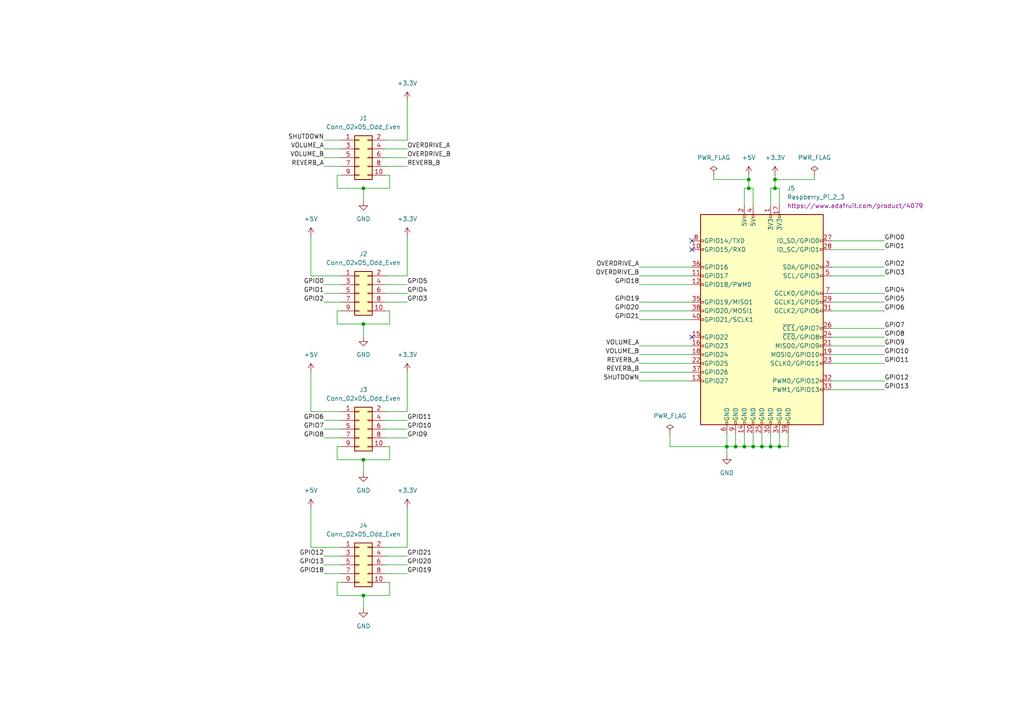
<source format=kicad_sch>
(kicad_sch (version 20250114) (generator "eeschema") (generator_version "9.0")
  (paper "A4")
  (title_block (title "Raspberry PI GPIO extension") (date "2023-08-28") (rev "1.0") (company "Picherie") (comment 1 "Provides access to Raspberry PI GPIOs"))
  (lib_symbols
    (symbol "Connector:Raspberry_Pi_2_3" (pin_names (offset 1.016))
      (property "Reference" "J" (at -17.78 31.75 0))
      (property "Value" "Raspberry_Pi_2_3" (at 10.16 -31.75 0))
      (symbol "Raspberry_Pi_2_3_0_1"
        (rectangle (start -17.78 30.48) (end 17.78 -30.48) (stroke (width 0.254)) (fill (type background)))
      )
      (symbol "Raspberry_Pi_2_3_1_1"
        (rectangle (start -16.891 23.114) (end -17.78 22.606))
        (rectangle (start -16.891 20.574) (end -17.78 20.066))
        (rectangle (start -16.891 15.494) (end -17.78 14.986))
        (rectangle (start -16.891 12.954) (end -17.78 12.446))
        (rectangle (start -16.891 10.414) (end -17.78 9.906))
        (rectangle (start -16.891 5.334) (end -17.78 4.826))
        (rectangle (start -16.891 2.794) (end -17.78 2.286))
        (rectangle (start -16.891 0.254) (end -17.78 -0.254))
        (rectangle (start -16.891 -4.826) (end -17.78 -5.334))
        (rectangle (start -16.891 -7.366) (end -17.78 -7.874))
        (rectangle (start -16.891 -9.906) (end -17.78 -10.414))
        (rectangle (start -16.891 -12.446) (end -17.78 -12.954))
        (rectangle (start -16.891 -14.986) (end -17.78 -15.494))
        (rectangle (start -16.891 -17.526) (end -17.78 -18.034))
        (rectangle (start -10.414 -29.591) (end -9.906 -30.48))
        (rectangle (start -7.874 -29.591) (end -7.366 -30.48))
        (rectangle (start -5.334 30.48) (end -4.826 29.591))
        (rectangle (start -5.334 -29.591) (end -4.826 -30.48))
        (rectangle (start -2.794 30.48) (end -2.286 29.591))
        (rectangle (start -2.794 -29.591) (end -2.286 -30.48))
        (rectangle (start -0.254 -29.591) (end 0.254 -30.48))
        (rectangle (start 2.286 30.48) (end 2.794 29.591))
        (rectangle (start 2.286 -29.591) (end 2.794 -30.48))
        (rectangle (start 4.826 30.48) (end 5.334 29.591))
        (rectangle (start 4.826 -29.591) (end 5.334 -30.48))
        (rectangle (start 7.366 -29.591) (end 7.874 -30.48))
        (rectangle (start 17.78 23.114) (end 16.891 22.606))
        (rectangle (start 17.78 20.574) (end 16.891 20.066))
        (rectangle (start 17.78 15.494) (end 16.891 14.986))
        (rectangle (start 17.78 12.954) (end 16.891 12.446))
        (rectangle (start 17.78 7.874) (end 16.891 7.366))
        (rectangle (start 17.78 5.334) (end 16.891 4.826))
        (rectangle (start 17.78 2.794) (end 16.891 2.286))
        (rectangle (start 17.78 -2.286) (end 16.891 -2.794))
        (rectangle (start 17.78 -4.826) (end 16.891 -5.334))
        (rectangle (start 17.78 -7.366) (end 16.891 -7.874))
        (rectangle (start 17.78 -9.906) (end 16.891 -10.414))
        (rectangle (start 17.78 -12.446) (end 16.891 -12.954))
        (rectangle (start 17.78 -17.526) (end 16.891 -18.034))
        (rectangle (start 17.78 -20.066) (end 16.891 -20.574))
        (pin bidirectional line (at -20.32 22.86 0) (length 2.54) (name "GPIO14/TXD") (number "8"))
        (pin bidirectional line (at -20.32 20.32 0) (length 2.54) (name "GPIO15/RXD") (number "10"))
        (pin bidirectional line (at -20.32 15.24 0) (length 2.54) (name "GPIO16") (number "36"))
        (pin bidirectional line (at -20.32 12.7 0) (length 2.54) (name "GPIO17") (number "11"))
        (pin bidirectional line (at -20.32 10.16 0) (length 2.54) (name "GPIO18/PWM0") (number "12"))
        (pin bidirectional line (at -20.32 5.08 0) (length 2.54) (name "GPIO19/MISO1") (number "35"))
        (pin bidirectional line (at -20.32 2.54 0) (length 2.54) (name "GPIO20/MOSI1") (number "38"))
        (pin bidirectional line (at -20.32 0 0) (length 2.54) (name "GPIO21/SCLK1") (number "40"))
        (pin bidirectional line (at -20.32 -5.08 0) (length 2.54) (name "GPIO22") (number "15"))
        (pin bidirectional line (at -20.32 -7.62 0) (length 2.54) (name "GPIO23") (number "16"))
        (pin bidirectional line (at -20.32 -10.16 0) (length 2.54) (name "GPIO24") (number "18"))
        (pin bidirectional line (at -20.32 -12.7 0) (length 2.54) (name "GPIO25") (number "22"))
        (pin bidirectional line (at -20.32 -15.24 0) (length 2.54) (name "GPIO26") (number "37"))
        (pin bidirectional line (at -20.32 -17.78 0) (length 2.54) (name "GPIO27") (number "13"))
        (pin power_in line (at -10.16 -33.02 90) (length 2.54) (name "GND") (number "6"))
        (pin power_in line (at -7.62 -33.02 90) (length 2.54) (name "GND") (number "9"))
        (pin power_in line (at -5.08 33.02 270) (length 2.54) (name "5V") (number "2"))
        (pin power_in line (at -5.08 -33.02 90) (length 2.54) (name "GND") (number "14"))
        (pin power_in line (at -2.54 33.02 270) (length 2.54) (name "5V") (number "4"))
        (pin power_in line (at -2.54 -33.02 90) (length 2.54) (name "GND") (number "20"))
        (pin power_in line (at 0 -33.02 90) (length 2.54) (name "GND") (number "25"))
        (pin power_in line (at 2.54 33.02 270) (length 2.54) (name "3V3") (number "1"))
        (pin power_in line (at 2.54 -33.02 90) (length 2.54) (name "GND") (number "30"))
        (pin power_in line (at 5.08 33.02 270) (length 2.54) (name "3V3") (number "17"))
        (pin power_in line (at 5.08 -33.02 90) (length 2.54) (name "GND") (number "34"))
        (pin power_in line (at 7.62 -33.02 90) (length 2.54) (name "GND") (number "39"))
        (pin bidirectional line (at 20.32 22.86 180) (length 2.54) (name "ID_SD/GPIO0") (number "27"))
        (pin bidirectional line (at 20.32 20.32 180) (length 2.54) (name "ID_SC/GPIO1") (number "28"))
        (pin bidirectional line (at 20.32 15.24 180) (length 2.54) (name "SDA/GPIO2") (number "3"))
        (pin bidirectional line (at 20.32 12.7 180) (length 2.54) (name "SCL/GPIO3") (number "5"))
        (pin bidirectional line (at 20.32 7.62 180) (length 2.54) (name "GCLK0/GPIO4") (number "7"))
        (pin bidirectional line (at 20.32 5.08 180) (length 2.54) (name "GCLK1/GPIO5") (number "29"))
        (pin bidirectional line (at 20.32 2.54 180) (length 2.54) (name "GCLK2/GPIO6") (number "31"))
        (pin bidirectional line (at 20.32 -2.54 180) (length 2.54) (name "~{CE1}/GPIO7") (number "26"))
        (pin bidirectional line (at 20.32 -5.08 180) (length 2.54) (name "~{CE0}/GPIO8") (number "24"))
        (pin bidirectional line (at 20.32 -7.62 180) (length 2.54) (name "MISO0/GPIO9") (number "21"))
        (pin bidirectional line (at 20.32 -10.16 180) (length 2.54) (name "MOSI0/GPIO10") (number "19"))
        (pin bidirectional line (at 20.32 -12.7 180) (length 2.54) (name "SCLK0/GPIO11") (number "23"))
        (pin bidirectional line (at 20.32 -17.78 180) (length 2.54) (name "PWM0/GPIO12") (number "32"))
        (pin bidirectional line (at 20.32 -20.32 180) (length 2.54) (name "PWM1/GPIO13") (number "33"))
      )
    )
    (symbol "Connector_Generic:Conn_02x05_Odd_Even" (pin_names (offset 1.016) (hide yes))
      (property "Reference" "J" (at 1.27 7.62 0))
      (property "Value" "Conn_02x05_Odd_Even" (at 1.27 -7.62 0))
      (symbol "Conn_02x05_Odd_Even_1_1"
        (rectangle (start -1.27 6.35) (end 3.81 -6.35) (stroke (width 0.254)) (fill (type background)))
        (rectangle (start -1.27 5.207) (end 0 4.953) (stroke (width 0.1524)))
        (rectangle (start -1.27 2.667) (end 0 2.413) (stroke (width 0.1524)))
        (rectangle (start -1.27 0.127) (end 0 -0.127) (stroke (width 0.1524)))
        (rectangle (start -1.27 -2.413) (end 0 -2.667) (stroke (width 0.1524)))
        (rectangle (start -1.27 -4.953) (end 0 -5.207) (stroke (width 0.1524)))
        (rectangle (start 3.81 5.207) (end 2.54 4.953) (stroke (width 0.1524)))
        (rectangle (start 3.81 2.667) (end 2.54 2.413) (stroke (width 0.1524)))
        (rectangle (start 3.81 0.127) (end 2.54 -0.127) (stroke (width 0.1524)))
        (rectangle (start 3.81 -2.413) (end 2.54 -2.667) (stroke (width 0.1524)))
        (rectangle (start 3.81 -4.953) (end 2.54 -5.207) (stroke (width 0.1524)))
        (pin passive line (at -5.08 5.08 0) (length 3.81) (name "Pin_1") (number "1"))
        (pin passive line (at -5.08 2.54 0) (length 3.81) (name "Pin_3") (number "3"))
        (pin passive line (at -5.08 0 0) (length 3.81) (name "Pin_5") (number "5"))
        (pin passive line (at -5.08 -2.54 0) (length 3.81) (name "Pin_7") (number "7"))
        (pin passive line (at -5.08 -5.08 0) (length 3.81) (name "Pin_9") (number "9"))
        (pin passive line (at 7.62 5.08 180) (length 3.81) (name "Pin_2") (number "2"))
        (pin passive line (at 7.62 2.54 180) (length 3.81) (name "Pin_4") (number "4"))
        (pin passive line (at 7.62 0 180) (length 3.81) (name "Pin_6") (number "6"))
        (pin passive line (at 7.62 -2.54 180) (length 3.81) (name "Pin_8") (number "8"))
        (pin passive line (at 7.62 -5.08 180) (length 3.81) (name "Pin_10") (number "10"))
      )
    )
    (symbol "power:+3.3V" (power) (pin_names (offset 0))
      (property "Value" "+3.3V" (at 0 3.556 0))
      (symbol "+3.3V_0_1"
        (polyline (pts (xy -0.762 1.27) (xy 0 2.54)))
        (polyline (pts (xy 0 2.54) (xy 0.762 1.27)))
        (polyline (pts (xy 0 0) (xy 0 2.54)))
      )
      (symbol "+3.3V_1_1"
        (pin power_in line (at 0 0 90) (length 0) (hide yes) (name "+3.3V") (number "1"))
      )
    )
    (symbol "power:+5V" (power) (pin_names (offset 0))
      (property "Value" "+5V" (at 0 3.556 0))
      (symbol "+5V_0_1"
        (polyline (pts (xy -0.762 1.27) (xy 0 2.54)))
        (polyline (pts (xy 0 2.54) (xy 0.762 1.27)))
        (polyline (pts (xy 0 0) (xy 0 2.54)))
      )
      (symbol "+5V_1_1"
        (pin power_in line (at 0 0 90) (length 0) (hide yes) (name "+5V") (number "1"))
      )
    )
    (symbol "power:GND" (power) (pin_names (offset 0))
      (property "Value" "GND" (at 0 -3.81 0))
      (symbol "GND_0_1"
        (polyline (pts (xy 0 0) (xy 0 -1.27) (xy 1.27 -1.27) (xy 0 -2.54) (xy -1.27 -1.27) (xy 0 -1.27)))
      )
      (symbol "GND_1_1"
        (pin power_in line (at 0 0 270) (length 0) (hide yes) (name "GND") (number "1"))
      )
    )
    (symbol "power:PWR_FLAG" (power) (pin_numbers (hide yes)) (pin_names (offset 0) (hide yes))
      (property "Value" "PWR_FLAG" (at 0 3.81 0))
      (symbol "PWR_FLAG_0_0"
        (pin power_out line (at 0 0 90) (length 0) (name "pwr") (number "1"))
      )
      (symbol "PWR_FLAG_0_1"
        (polyline (pts (xy 0 0) (xy 0 1.27) (xy -1.016 1.905) (xy 0 2.54) (xy 1.016 1.905) (xy 0 1.27)))
      )
    )
  )
  (junction (at 210.82 129.54))
  (junction (at 105.41 54.61))
  (junction (at 217.17 52.07))
  (junction (at 223.52 129.54))
  (junction (at 105.41 93.98))
  (junction (at 105.41 133.35))
  (junction (at 224.79 52.07))
  (junction (at 215.9 129.54))
  (junction (at 218.44 129.54))
  (junction (at 213.36 129.54))
  (junction (at 220.98 129.54))
  (junction (at 224.79 54.61))
  (junction (at 105.41 172.72))
  (junction (at 226.06 129.54))
  (junction (at 217.17 54.61))
  (no_connect (at 200.66 97.79))
  (no_connect (at 200.66 72.39))
  (no_connect (at 200.66 69.85))
  (wire (pts (xy 105.41 93.98) (xy 105.41 97.79)))
  (wire (pts (xy 90.17 80.01) (xy 90.17 68.58)))
  (wire (pts (xy 118.11 29.21) (xy 118.11 40.64)))
  (wire (pts (xy 215.9 129.54) (xy 215.9 125.73)))
  (wire (pts (xy 113.03 172.72) (xy 105.41 172.72)))
  (wire (pts (xy 236.22 50.8) (xy 236.22 52.07)))
  (wire (pts (xy 93.98 82.55) (xy 99.06 82.55)))
  (wire (pts (xy 105.41 133.35) (xy 105.41 137.16)))
  (wire (pts (xy 118.11 127) (xy 111.76 127)))
  (wire (pts (xy 113.03 90.17) (xy 113.03 93.98)))
  (wire (pts (xy 220.98 129.54) (xy 220.98 125.73)))
  (wire (pts (xy 256.54 87.63) (xy 241.3 87.63)))
  (wire (pts (xy 93.98 161.29) (xy 99.06 161.29)))
  (wire (pts (xy 118.11 87.63) (xy 111.76 87.63)))
  (wire (pts (xy 105.41 133.35) (xy 97.79 133.35)))
  (wire (pts (xy 185.42 102.87) (xy 200.66 102.87)))
  (wire (pts (xy 256.54 69.85) (xy 241.3 69.85)))
  (wire (pts (xy 224.79 52.07) (xy 236.22 52.07)))
  (wire (pts (xy 90.17 119.38) (xy 90.17 107.95)))
  (wire (pts (xy 111.76 129.54) (xy 113.03 129.54)))
  (wire (pts (xy 118.11 82.55) (xy 111.76 82.55)))
  (wire (pts (xy 93.98 121.92) (xy 99.06 121.92)))
  (wire (pts (xy 185.42 87.63) (xy 200.66 87.63)))
  (wire (pts (xy 118.11 121.92) (xy 111.76 121.92)))
  (wire (pts (xy 93.98 85.09) (xy 99.06 85.09)))
  (wire (pts (xy 194.31 129.54) (xy 194.31 125.73)))
  (wire (pts (xy 118.11 80.01) (xy 111.76 80.01)))
  (wire (pts (xy 93.98 87.63) (xy 99.06 87.63)))
  (wire (pts (xy 223.52 54.61) (xy 224.79 54.61)))
  (wire (pts (xy 105.41 54.61) (xy 105.41 58.42)))
  (wire (pts (xy 210.82 132.08) (xy 210.82 129.54)))
  (wire (pts (xy 218.44 54.61) (xy 218.44 59.69)))
  (wire (pts (xy 118.11 119.38) (xy 111.76 119.38)))
  (wire (pts (xy 113.03 129.54) (xy 113.03 133.35)))
  (wire (pts (xy 256.54 85.09) (xy 241.3 85.09)))
  (wire (pts (xy 224.79 54.61) (xy 226.06 54.61)))
  (wire (pts (xy 256.54 97.79) (xy 241.3 97.79)))
  (wire (pts (xy 185.42 90.17) (xy 200.66 90.17)))
  (wire (pts (xy 99.06 168.91) (xy 97.79 168.91)))
  (wire (pts (xy 207.01 50.8) (xy 207.01 52.07)))
  (wire (pts (xy 97.79 168.91) (xy 97.79 172.72)))
  (wire (pts (xy 217.17 54.61) (xy 218.44 54.61)))
  (wire (pts (xy 224.79 52.07) (xy 224.79 54.61)))
  (wire (pts (xy 99.06 158.75) (xy 90.17 158.75)))
  (wire (pts (xy 256.54 105.41) (xy 241.3 105.41)))
  (wire (pts (xy 224.79 50.8) (xy 224.79 52.07)))
  (wire (pts (xy 215.9 59.69) (xy 215.9 54.61)))
  (wire (pts (xy 99.06 129.54) (xy 97.79 129.54)))
  (wire (pts (xy 93.98 127) (xy 99.06 127)))
  (wire (pts (xy 223.52 129.54) (xy 223.52 125.73)))
  (wire (pts (xy 99.06 50.8) (xy 97.79 50.8)))
  (wire (pts (xy 111.76 43.18) (xy 118.11 43.18)))
  (wire (pts (xy 118.11 166.37) (xy 111.76 166.37)))
  (wire (pts (xy 105.41 54.61) (xy 97.79 54.61)))
  (wire (pts (xy 185.42 80.01) (xy 200.66 80.01)))
  (wire (pts (xy 93.98 166.37) (xy 99.06 166.37)))
  (wire (pts (xy 118.11 124.46) (xy 111.76 124.46)))
  (wire (pts (xy 256.54 72.39) (xy 241.3 72.39)))
  (wire (pts (xy 93.98 163.83) (xy 99.06 163.83)))
  (wire (pts (xy 118.11 48.26) (xy 111.76 48.26)))
  (wire (pts (xy 113.03 54.61) (xy 105.41 54.61)))
  (wire (pts (xy 185.42 107.95) (xy 200.66 107.95)))
  (wire (pts (xy 113.03 168.91) (xy 113.03 172.72)))
  (wire (pts (xy 194.31 129.54) (xy 210.82 129.54)))
  (wire (pts (xy 207.01 52.07) (xy 217.17 52.07)))
  (wire (pts (xy 256.54 102.87) (xy 241.3 102.87)))
  (wire (pts (xy 97.79 50.8) (xy 97.79 54.61)))
  (wire (pts (xy 99.06 80.01) (xy 90.17 80.01)))
  (wire (pts (xy 97.79 90.17) (xy 97.79 93.98)))
  (wire (pts (xy 210.82 129.54) (xy 210.82 125.73)))
  (wire (pts (xy 185.42 110.49) (xy 200.66 110.49)))
  (wire (pts (xy 256.54 77.47) (xy 241.3 77.47)))
  (wire (pts (xy 111.76 45.72) (xy 118.11 45.72)))
  (wire (pts (xy 256.54 95.25) (xy 241.3 95.25)))
  (wire (pts (xy 256.54 110.49) (xy 241.3 110.49)))
  (wire (pts (xy 111.76 90.17) (xy 113.03 90.17)))
  (wire (pts (xy 256.54 80.01) (xy 241.3 80.01)))
  (wire (pts (xy 118.11 68.58) (xy 118.11 80.01)))
  (wire (pts (xy 93.98 124.46) (xy 99.06 124.46)))
  (wire (pts (xy 185.42 77.47) (xy 200.66 77.47)))
  (wire (pts (xy 118.11 158.75) (xy 111.76 158.75)))
  (wire (pts (xy 113.03 50.8) (xy 113.03 54.61)))
  (wire (pts (xy 256.54 90.17) (xy 241.3 90.17)))
  (wire (pts (xy 90.17 158.75) (xy 90.17 147.32)))
  (wire (pts (xy 226.06 129.54) (xy 228.6 129.54)))
  (wire (pts (xy 93.98 45.72) (xy 99.06 45.72)))
  (wire (pts (xy 99.06 90.17) (xy 97.79 90.17)))
  (wire (pts (xy 111.76 50.8) (xy 113.03 50.8)))
  (wire (pts (xy 93.98 43.18) (xy 99.06 43.18)))
  (wire (pts (xy 185.42 82.55) (xy 200.66 82.55)))
  (wire (pts (xy 217.17 52.07) (xy 217.17 50.8)))
  (wire (pts (xy 118.11 161.29) (xy 111.76 161.29)))
  (wire (pts (xy 215.9 129.54) (xy 218.44 129.54)))
  (wire (pts (xy 118.11 107.95) (xy 118.11 119.38)))
  (wire (pts (xy 93.98 40.64) (xy 99.06 40.64)))
  (wire (pts (xy 218.44 129.54) (xy 218.44 125.73)))
  (wire (pts (xy 213.36 129.54) (xy 215.9 129.54)))
  (wire (pts (xy 105.41 172.72) (xy 105.41 176.53)))
  (wire (pts (xy 217.17 54.61) (xy 217.17 52.07)))
  (wire (pts (xy 223.52 59.69) (xy 223.52 54.61)))
  (wire (pts (xy 113.03 93.98) (xy 105.41 93.98)))
  (wire (pts (xy 226.06 54.61) (xy 226.06 59.69)))
  (wire (pts (xy 220.98 129.54) (xy 223.52 129.54)))
  (wire (pts (xy 185.42 105.41) (xy 200.66 105.41)))
  (wire (pts (xy 218.44 129.54) (xy 220.98 129.54)))
  (wire (pts (xy 226.06 129.54) (xy 226.06 125.73)))
  (wire (pts (xy 105.41 172.72) (xy 97.79 172.72)))
  (wire (pts (xy 256.54 100.33) (xy 241.3 100.33)))
  (wire (pts (xy 118.11 85.09) (xy 111.76 85.09)))
  (wire (pts (xy 228.6 129.54) (xy 228.6 125.73)))
  (wire (pts (xy 118.11 147.32) (xy 118.11 158.75)))
  (wire (pts (xy 256.54 113.03) (xy 241.3 113.03)))
  (wire (pts (xy 185.42 100.33) (xy 200.66 100.33)))
  (wire (pts (xy 215.9 54.61) (xy 217.17 54.61)))
  (wire (pts (xy 213.36 129.54) (xy 213.36 125.73)))
  (wire (pts (xy 185.42 92.71) (xy 200.66 92.71)))
  (wire (pts (xy 97.79 129.54) (xy 97.79 133.35)))
  (wire (pts (xy 113.03 133.35) (xy 105.41 133.35)))
  (wire (pts (xy 223.52 129.54) (xy 226.06 129.54)))
  (wire (pts (xy 118.11 163.83) (xy 111.76 163.83)))
  (wire (pts (xy 210.82 129.54) (xy 213.36 129.54)))
  (wire (pts (xy 105.41 93.98) (xy 97.79 93.98)))
  (wire (pts (xy 93.98 48.26) (xy 99.06 48.26)))
  (wire (pts (xy 118.11 40.64) (xy 111.76 40.64)))
  (wire (pts (xy 111.76 168.91) (xy 113.03 168.91)))
  (wire (pts (xy 99.06 119.38) (xy 90.17 119.38)))
  (label "GPIO0" (at 256.54 69.85 0))
  (label "VOLUME_A" (at 93.98 43.18 180))
  (label "GPIO7" (at 256.54 95.25 0))
  (label "GPIO6" (at 93.98 121.92 180))
  (label "GPIO18" (at 93.98 166.37 180))
  (label "GPIO7" (at 93.98 124.46 180))
  (label "GPIO3" (at 256.54 80.01 0))
  (label "GPIO18" (at 185.42 82.55 180))
  (label "GPIO6" (at 256.54 90.17 0))
  (label "SHUTDOWN" (at 93.98 40.64 180))
  (label "VOLUME_A" (at 185.42 100.33 180))
  (label "GPIO20" (at 185.42 90.17 180))
  (label "VOLUME_B" (at 185.42 102.87 180))
  (label "GPIO12" (at 93.98 161.29 180))
  (label "GPIO3" (at 118.11 87.63 0))
  (label "GPIO8" (at 93.98 127 180))
  (label "GPIO4" (at 118.11 85.09 0))
  (label "GPIO1" (at 256.54 72.39 0))
  (label "GPIO19" (at 118.11 166.37 0))
  (label "OVERDRIVE_A" (at 185.42 77.47 180))
  (label "GPIO2" (at 93.98 87.63 180))
  (label "REVERB_A" (at 185.42 105.41 180))
  (label "GPIO1" (at 93.98 85.09 180))
  (label "GPIO9" (at 118.11 127 0))
  (label "OVERDRIVE_A" (at 118.11 43.18 0))
  (label "GPIO4" (at 256.54 85.09 0))
  (label "GPIO10" (at 118.11 124.46 0))
  (label "GPIO5" (at 118.11 82.55 0))
  (label "GPIO19" (at 185.42 87.63 180))
  (label "GPIO13" (at 93.98 163.83 180))
  (label "GPIO5" (at 256.54 87.63 0))
  (label "GPIO20" (at 118.11 163.83 0))
  (label "GPIO11" (at 118.11 121.92 0))
  (label "SHUTDOWN" (at 185.42 110.49 180))
  (label "GPIO21" (at 118.11 161.29 0))
  (label "GPIO2" (at 256.54 77.47 0))
  (label "REVERB_B" (at 118.11 48.26 0))
  (label "OVERDRIVE_B" (at 185.42 80.01 180))
  (label "REVERB_A" (at 93.98 48.26 180))
  (label "GPIO9" (at 256.54 100.33 0))
  (label "REVERB_B" (at 185.42 107.95 180))
  (label "GPIO11" (at 256.54 105.41 0))
  (label "OVERDRIVE_B" (at 118.11 45.72 0))
  (label "GPIO0" (at 93.98 82.55 180))
  (label "GPIO10" (at 256.54 102.87 0))
  (label "GPIO13" (at 256.54 113.03 0))
  (label "GPIO12" (at 256.54 110.49 0))
  (label "GPIO8" (at 256.54 97.79 0))
  (label "GPIO21" (at 185.42 92.71 180))
  (label "VOLUME_B" (at 93.98 45.72 180))
  (symbol (lib_id "power:GND") (at 105.41 58.42 0) (unit 1)
    (property "Reference" "#PWR02" (effects (hide yes)))
    (property "Value" "GND" (at 105.41 63.5 0))
  )
  (symbol (lib_id "power:PWR_FLAG") (at 194.31 125.73 0) (unit 1)
    (property "Reference" "#FLG03" (effects (hide yes)))
    (property "Value" "PWR_FLAG" (at 194.31 120.65 0))
  )
  (symbol (lib_id "Connector_Generic:Conn_02x05_Odd_Even") (at 104.14 45.72 0) (unit 1)
    (property "Reference" "J1" (at 105.41 34.29 0))
    (property "Value" "Conn_02x05_Odd_Even" (at 105.41 36.83 0))
    (property "Footprint" "Connector_IDC:IDC-Header_2x05_P2.54mm_Horizontal" (effects (hide yes)))
    (property "Datasheet" "https://fr.farnell.com/wurth-elektronik/61201021721/fiche-male-90-10-broches-wrbhd/dp/1642023?MER=sy-me-pd-mi-acce" (effects (hide yes)))
  )
  (symbol (lib_id "Connector_Generic:Conn_02x05_Odd_Even") (at 104.14 163.83 0) (unit 1)
    (property "Reference" "J4" (at 105.41 152.4 0))
    (property "Value" "Conn_02x05_Odd_Even" (at 105.41 154.94 0))
    (property "Footprint" "Connector_IDC:IDC-Header_2x05_P2.54mm_Horizontal" (effects (hide yes)))
    (property "Datasheet" "https://fr.farnell.com/wurth-elektronik/61201021721/fiche-male-90-10-broches-wrbhd/dp/1642023?MER=sy-me-pd-mi-acce" (effects (hide yes)))
  )
  (symbol (lib_id "power:+5V") (at 217.17 50.8 0) (unit 1)
    (property "Reference" "#PWR012" (effects (hide yes)))
    (property "Value" "+5V" (at 217.17 45.72 0))
  )
  (symbol (lib_id "power:GND") (at 105.41 137.16 0) (unit 1)
    (property "Reference" "#PWR09" (effects (hide yes)))
    (property "Value" "GND" (at 105.41 142.24 0))
  )
  (symbol (lib_id "power:PWR_FLAG") (at 207.01 50.8 0) (unit 1)
    (property "Reference" "#FLG02" (effects (hide yes)))
    (property "Value" "PWR_FLAG" (at 207.01 45.72 0))
  )
  (symbol (lib_id "power:+3.3V") (at 118.11 29.21 0) (unit 1)
    (property "Reference" "#PWR01" (effects (hide yes)))
    (property "Value" "+3.3V" (at 118.11 24.13 0))
  )
  (symbol (lib_id "power:+3.3V") (at 224.79 50.8 0) (unit 1)
    (property "Reference" "#PWR03" (effects (hide yes)))
    (property "Value" "+3.3V" (at 224.79 45.72 0))
  )
  (symbol (lib_id "power:+5V") (at 90.17 68.58 0) (unit 1)
    (property "Reference" "#PWR011" (effects (hide yes)))
    (property "Value" "+5V" (at 90.17 63.5 0))
  )
  (symbol (lib_id "Connector:Raspberry_Pi_2_3") (at 220.98 92.71 0) (unit 1) (exclude_from_sim yes)
    (property "Reference" "J5" (at 228.2541 54.61 0) (effects (justify left)))
    (property "Value" "Raspberry_Pi_2_3" (at 228.2541 57.15 0) (effects (justify left)))
    (property "Footprint" "Connector_PinSocket_2.54mm:PinSocket_2x20_P2.54mm_Vertical" (effects (hide yes)))
    (property "Datasheet" "https://www.adafruit.com/product/4079" (at 228.2541 59.69 0) (effects (justify left)))
  )
  (symbol (lib_id "power:+5V") (at 90.17 107.95 0) (unit 1)
    (property "Reference" "#PWR013" (effects (hide yes)))
    (property "Value" "+5V" (at 90.17 102.87 0))
  )
  (symbol (lib_id "power:GND") (at 105.41 176.53 0) (unit 1)
    (property "Reference" "#PWR010" (effects (hide yes)))
    (property "Value" "GND" (at 105.41 181.61 0))
  )
  (symbol (lib_id "power:+3.3V") (at 118.11 147.32 0) (unit 1)
    (property "Reference" "#PWR07" (effects (hide yes)))
    (property "Value" "+3.3V" (at 118.11 142.24 0))
  )
  (symbol (lib_id "power:GND") (at 105.41 97.79 0) (unit 1)
    (property "Reference" "#PWR08" (effects (hide yes)))
    (property "Value" "GND" (at 105.41 102.87 0))
  )
  (symbol (lib_id "Connector_Generic:Conn_02x05_Odd_Even") (at 104.14 124.46 0) (unit 1)
    (property "Reference" "J3" (at 105.41 113.03 0))
    (property "Value" "Conn_02x05_Odd_Even" (at 105.41 115.57 0))
    (property "Footprint" "Connector_IDC:IDC-Header_2x05_P2.54mm_Horizontal" (effects (hide yes)))
    (property "Datasheet" "https://fr.farnell.com/wurth-elektronik/61201021721/fiche-male-90-10-broches-wrbhd/dp/1642023?MER=sy-me-pd-mi-acce" (effects (hide yes)))
  )
  (symbol (lib_id "Connector_Generic:Conn_02x05_Odd_Even") (at 104.14 85.09 0) (unit 1)
    (property "Reference" "J2" (at 105.41 73.66 0))
    (property "Value" "Conn_02x05_Odd_Even" (at 105.41 76.2 0))
    (property "Footprint" "Connector_IDC:IDC-Header_2x05_P2.54mm_Horizontal" (effects (hide yes)))
    (property "Datasheet" "https://fr.farnell.com/wurth-elektronik/61201021721/fiche-male-90-10-broches-wrbhd/dp/1642023?MER=sy-me-pd-mi-acce" (effects (hide yes)))
  )
  (symbol (lib_id "power:+3.3V") (at 118.11 68.58 0) (unit 1)
    (property "Reference" "#PWR05" (effects (hide yes)))
    (property "Value" "+3.3V" (at 118.11 63.5 0))
  )
  (symbol (lib_id "power:+3.3V") (at 118.11 107.95 0) (unit 1)
    (property "Reference" "#PWR06" (effects (hide yes)))
    (property "Value" "+3.3V" (at 118.11 102.87 0))
  )
  (symbol (lib_id "power:PWR_FLAG") (at 236.22 50.8 0) (unit 1)
    (property "Reference" "#FLG01" (effects (hide yes)))
    (property "Value" "PWR_FLAG" (at 236.22 45.72 0))
  )
  (symbol (lib_id "power:GND") (at 210.82 132.08 0) (unit 1)
    (property "Reference" "#PWR04" (effects (hide yes)))
    (property "Value" "GND" (at 210.82 137.16 0))
  )
  (symbol (lib_id "power:+5V") (at 90.17 147.32 0) (unit 1)
    (property "Reference" "#PWR014" (effects (hide yes)))
    (property "Value" "+5V" (at 90.17 142.24 0))
  )
)
</source>
